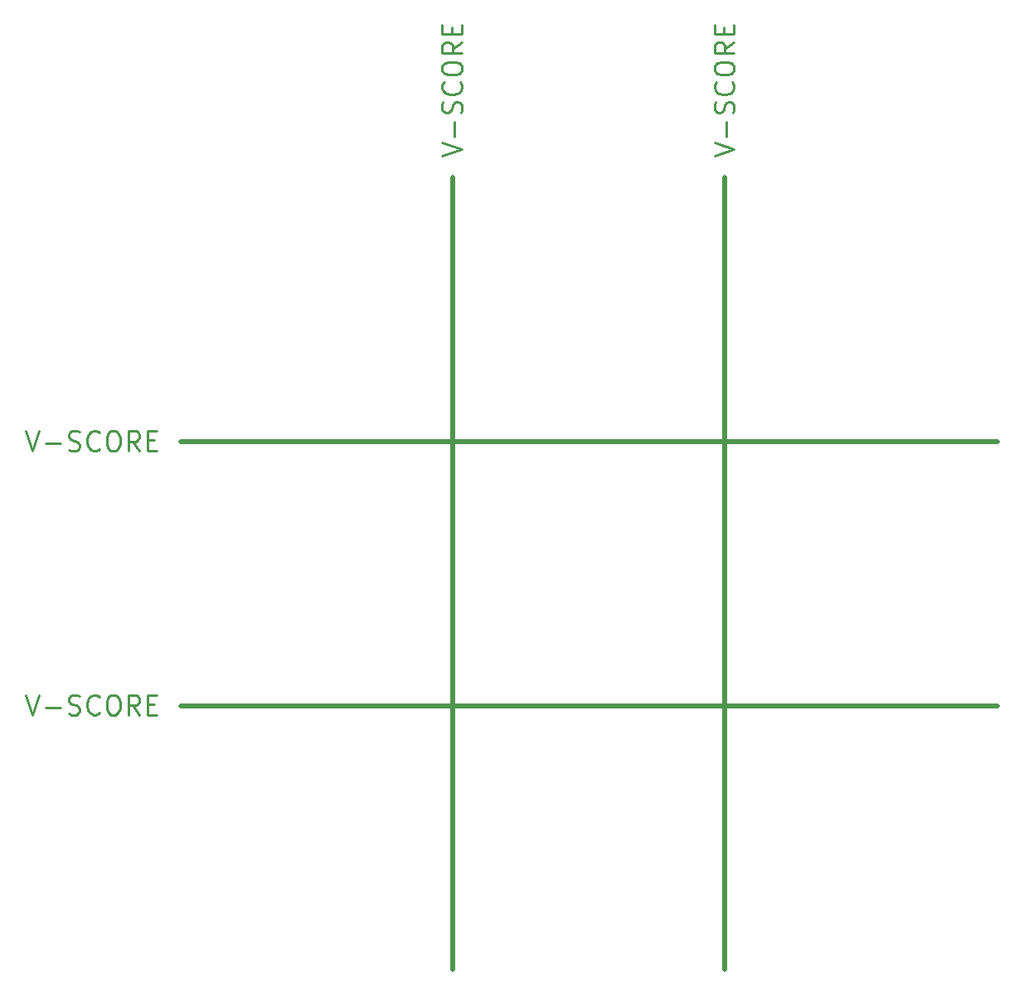
<source format=gbr>
%TF.GenerationSoftware,KiCad,Pcbnew,7.0.2-0*%
%TF.CreationDate,2024-04-22T23:11:52-05:00*%
%TF.ProjectId,SAOpowerboard_panelized,53414f70-6f77-4657-9262-6f6172645f70,rev?*%
%TF.SameCoordinates,Original*%
%TF.FileFunction,Other,Comment*%
%FSLAX46Y46*%
G04 Gerber Fmt 4.6, Leading zero omitted, Abs format (unit mm)*
G04 Created by KiCad (PCBNEW 7.0.2-0) date 2024-04-22 23:11:52*
%MOMM*%
%LPD*%
G01*
G04 APERTURE LIST*
%ADD10C,0.250000*%
%ADD11C,0.500000*%
G04 APERTURE END LIST*
D10*
X140928477Y-73554584D02*
X141595143Y-75554584D01*
X141595143Y-75554584D02*
X142261810Y-73554584D01*
X142928477Y-74792679D02*
X144452287Y-74792679D01*
X145309429Y-75459346D02*
X145595143Y-75554584D01*
X145595143Y-75554584D02*
X146071334Y-75554584D01*
X146071334Y-75554584D02*
X146261810Y-75459346D01*
X146261810Y-75459346D02*
X146357048Y-75364107D01*
X146357048Y-75364107D02*
X146452286Y-75173631D01*
X146452286Y-75173631D02*
X146452286Y-74983155D01*
X146452286Y-74983155D02*
X146357048Y-74792679D01*
X146357048Y-74792679D02*
X146261810Y-74697441D01*
X146261810Y-74697441D02*
X146071334Y-74602203D01*
X146071334Y-74602203D02*
X145690381Y-74506965D01*
X145690381Y-74506965D02*
X145499905Y-74411726D01*
X145499905Y-74411726D02*
X145404667Y-74316488D01*
X145404667Y-74316488D02*
X145309429Y-74126012D01*
X145309429Y-74126012D02*
X145309429Y-73935536D01*
X145309429Y-73935536D02*
X145404667Y-73745060D01*
X145404667Y-73745060D02*
X145499905Y-73649822D01*
X145499905Y-73649822D02*
X145690381Y-73554584D01*
X145690381Y-73554584D02*
X146166572Y-73554584D01*
X146166572Y-73554584D02*
X146452286Y-73649822D01*
X148452286Y-75364107D02*
X148357048Y-75459346D01*
X148357048Y-75459346D02*
X148071334Y-75554584D01*
X148071334Y-75554584D02*
X147880858Y-75554584D01*
X147880858Y-75554584D02*
X147595143Y-75459346D01*
X147595143Y-75459346D02*
X147404667Y-75268869D01*
X147404667Y-75268869D02*
X147309429Y-75078393D01*
X147309429Y-75078393D02*
X147214191Y-74697441D01*
X147214191Y-74697441D02*
X147214191Y-74411726D01*
X147214191Y-74411726D02*
X147309429Y-74030774D01*
X147309429Y-74030774D02*
X147404667Y-73840298D01*
X147404667Y-73840298D02*
X147595143Y-73649822D01*
X147595143Y-73649822D02*
X147880858Y-73554584D01*
X147880858Y-73554584D02*
X148071334Y-73554584D01*
X148071334Y-73554584D02*
X148357048Y-73649822D01*
X148357048Y-73649822D02*
X148452286Y-73745060D01*
X149690381Y-73554584D02*
X150071334Y-73554584D01*
X150071334Y-73554584D02*
X150261810Y-73649822D01*
X150261810Y-73649822D02*
X150452286Y-73840298D01*
X150452286Y-73840298D02*
X150547524Y-74221250D01*
X150547524Y-74221250D02*
X150547524Y-74887917D01*
X150547524Y-74887917D02*
X150452286Y-75268869D01*
X150452286Y-75268869D02*
X150261810Y-75459346D01*
X150261810Y-75459346D02*
X150071334Y-75554584D01*
X150071334Y-75554584D02*
X149690381Y-75554584D01*
X149690381Y-75554584D02*
X149499905Y-75459346D01*
X149499905Y-75459346D02*
X149309429Y-75268869D01*
X149309429Y-75268869D02*
X149214191Y-74887917D01*
X149214191Y-74887917D02*
X149214191Y-74221250D01*
X149214191Y-74221250D02*
X149309429Y-73840298D01*
X149309429Y-73840298D02*
X149499905Y-73649822D01*
X149499905Y-73649822D02*
X149690381Y-73554584D01*
X152547524Y-75554584D02*
X151880857Y-74602203D01*
X151404667Y-75554584D02*
X151404667Y-73554584D01*
X151404667Y-73554584D02*
X152166572Y-73554584D01*
X152166572Y-73554584D02*
X152357048Y-73649822D01*
X152357048Y-73649822D02*
X152452286Y-73745060D01*
X152452286Y-73745060D02*
X152547524Y-73935536D01*
X152547524Y-73935536D02*
X152547524Y-74221250D01*
X152547524Y-74221250D02*
X152452286Y-74411726D01*
X152452286Y-74411726D02*
X152357048Y-74506965D01*
X152357048Y-74506965D02*
X152166572Y-74602203D01*
X152166572Y-74602203D02*
X151404667Y-74602203D01*
X153404667Y-74506965D02*
X154071334Y-74506965D01*
X154357048Y-75554584D02*
X153404667Y-75554584D01*
X153404667Y-75554584D02*
X153404667Y-73554584D01*
X153404667Y-73554584D02*
X154357048Y-73554584D01*
D11*
X156738001Y-74629346D02*
X240143995Y-74629346D01*
D10*
X140928477Y-46563530D02*
X141595143Y-48563530D01*
X141595143Y-48563530D02*
X142261810Y-46563530D01*
X142928477Y-47801625D02*
X144452287Y-47801625D01*
X145309429Y-48468292D02*
X145595143Y-48563530D01*
X145595143Y-48563530D02*
X146071334Y-48563530D01*
X146071334Y-48563530D02*
X146261810Y-48468292D01*
X146261810Y-48468292D02*
X146357048Y-48373053D01*
X146357048Y-48373053D02*
X146452286Y-48182577D01*
X146452286Y-48182577D02*
X146452286Y-47992101D01*
X146452286Y-47992101D02*
X146357048Y-47801625D01*
X146357048Y-47801625D02*
X146261810Y-47706387D01*
X146261810Y-47706387D02*
X146071334Y-47611149D01*
X146071334Y-47611149D02*
X145690381Y-47515911D01*
X145690381Y-47515911D02*
X145499905Y-47420672D01*
X145499905Y-47420672D02*
X145404667Y-47325434D01*
X145404667Y-47325434D02*
X145309429Y-47134958D01*
X145309429Y-47134958D02*
X145309429Y-46944482D01*
X145309429Y-46944482D02*
X145404667Y-46754006D01*
X145404667Y-46754006D02*
X145499905Y-46658768D01*
X145499905Y-46658768D02*
X145690381Y-46563530D01*
X145690381Y-46563530D02*
X146166572Y-46563530D01*
X146166572Y-46563530D02*
X146452286Y-46658768D01*
X148452286Y-48373053D02*
X148357048Y-48468292D01*
X148357048Y-48468292D02*
X148071334Y-48563530D01*
X148071334Y-48563530D02*
X147880858Y-48563530D01*
X147880858Y-48563530D02*
X147595143Y-48468292D01*
X147595143Y-48468292D02*
X147404667Y-48277815D01*
X147404667Y-48277815D02*
X147309429Y-48087339D01*
X147309429Y-48087339D02*
X147214191Y-47706387D01*
X147214191Y-47706387D02*
X147214191Y-47420672D01*
X147214191Y-47420672D02*
X147309429Y-47039720D01*
X147309429Y-47039720D02*
X147404667Y-46849244D01*
X147404667Y-46849244D02*
X147595143Y-46658768D01*
X147595143Y-46658768D02*
X147880858Y-46563530D01*
X147880858Y-46563530D02*
X148071334Y-46563530D01*
X148071334Y-46563530D02*
X148357048Y-46658768D01*
X148357048Y-46658768D02*
X148452286Y-46754006D01*
X149690381Y-46563530D02*
X150071334Y-46563530D01*
X150071334Y-46563530D02*
X150261810Y-46658768D01*
X150261810Y-46658768D02*
X150452286Y-46849244D01*
X150452286Y-46849244D02*
X150547524Y-47230196D01*
X150547524Y-47230196D02*
X150547524Y-47896863D01*
X150547524Y-47896863D02*
X150452286Y-48277815D01*
X150452286Y-48277815D02*
X150261810Y-48468292D01*
X150261810Y-48468292D02*
X150071334Y-48563530D01*
X150071334Y-48563530D02*
X149690381Y-48563530D01*
X149690381Y-48563530D02*
X149499905Y-48468292D01*
X149499905Y-48468292D02*
X149309429Y-48277815D01*
X149309429Y-48277815D02*
X149214191Y-47896863D01*
X149214191Y-47896863D02*
X149214191Y-47230196D01*
X149214191Y-47230196D02*
X149309429Y-46849244D01*
X149309429Y-46849244D02*
X149499905Y-46658768D01*
X149499905Y-46658768D02*
X149690381Y-46563530D01*
X152547524Y-48563530D02*
X151880857Y-47611149D01*
X151404667Y-48563530D02*
X151404667Y-46563530D01*
X151404667Y-46563530D02*
X152166572Y-46563530D01*
X152166572Y-46563530D02*
X152357048Y-46658768D01*
X152357048Y-46658768D02*
X152452286Y-46754006D01*
X152452286Y-46754006D02*
X152547524Y-46944482D01*
X152547524Y-46944482D02*
X152547524Y-47230196D01*
X152547524Y-47230196D02*
X152452286Y-47420672D01*
X152452286Y-47420672D02*
X152357048Y-47515911D01*
X152357048Y-47515911D02*
X152166572Y-47611149D01*
X152166572Y-47611149D02*
X151404667Y-47611149D01*
X153404667Y-47515911D02*
X154071334Y-47515911D01*
X154357048Y-48563530D02*
X153404667Y-48563530D01*
X153404667Y-48563530D02*
X153404667Y-46563530D01*
X153404667Y-46563530D02*
X154357048Y-46563530D01*
D11*
X156738001Y-47638292D02*
X240143995Y-47638292D01*
D10*
X211267235Y-18456761D02*
X213267235Y-17790095D01*
X213267235Y-17790095D02*
X211267235Y-17123428D01*
X212505330Y-16456761D02*
X212505330Y-14932952D01*
X213171997Y-14075809D02*
X213267235Y-13790095D01*
X213267235Y-13790095D02*
X213267235Y-13313904D01*
X213267235Y-13313904D02*
X213171997Y-13123428D01*
X213171997Y-13123428D02*
X213076758Y-13028190D01*
X213076758Y-13028190D02*
X212886282Y-12932952D01*
X212886282Y-12932952D02*
X212695806Y-12932952D01*
X212695806Y-12932952D02*
X212505330Y-13028190D01*
X212505330Y-13028190D02*
X212410092Y-13123428D01*
X212410092Y-13123428D02*
X212314854Y-13313904D01*
X212314854Y-13313904D02*
X212219616Y-13694857D01*
X212219616Y-13694857D02*
X212124377Y-13885333D01*
X212124377Y-13885333D02*
X212029139Y-13980571D01*
X212029139Y-13980571D02*
X211838663Y-14075809D01*
X211838663Y-14075809D02*
X211648187Y-14075809D01*
X211648187Y-14075809D02*
X211457711Y-13980571D01*
X211457711Y-13980571D02*
X211362473Y-13885333D01*
X211362473Y-13885333D02*
X211267235Y-13694857D01*
X211267235Y-13694857D02*
X211267235Y-13218666D01*
X211267235Y-13218666D02*
X211362473Y-12932952D01*
X213076758Y-10932952D02*
X213171997Y-11028190D01*
X213171997Y-11028190D02*
X213267235Y-11313904D01*
X213267235Y-11313904D02*
X213267235Y-11504380D01*
X213267235Y-11504380D02*
X213171997Y-11790095D01*
X213171997Y-11790095D02*
X212981520Y-11980571D01*
X212981520Y-11980571D02*
X212791044Y-12075809D01*
X212791044Y-12075809D02*
X212410092Y-12171047D01*
X212410092Y-12171047D02*
X212124377Y-12171047D01*
X212124377Y-12171047D02*
X211743425Y-12075809D01*
X211743425Y-12075809D02*
X211552949Y-11980571D01*
X211552949Y-11980571D02*
X211362473Y-11790095D01*
X211362473Y-11790095D02*
X211267235Y-11504380D01*
X211267235Y-11504380D02*
X211267235Y-11313904D01*
X211267235Y-11313904D02*
X211362473Y-11028190D01*
X211362473Y-11028190D02*
X211457711Y-10932952D01*
X211267235Y-9694857D02*
X211267235Y-9313904D01*
X211267235Y-9313904D02*
X211362473Y-9123428D01*
X211362473Y-9123428D02*
X211552949Y-8932952D01*
X211552949Y-8932952D02*
X211933901Y-8837714D01*
X211933901Y-8837714D02*
X212600568Y-8837714D01*
X212600568Y-8837714D02*
X212981520Y-8932952D01*
X212981520Y-8932952D02*
X213171997Y-9123428D01*
X213171997Y-9123428D02*
X213267235Y-9313904D01*
X213267235Y-9313904D02*
X213267235Y-9694857D01*
X213267235Y-9694857D02*
X213171997Y-9885333D01*
X213171997Y-9885333D02*
X212981520Y-10075809D01*
X212981520Y-10075809D02*
X212600568Y-10171047D01*
X212600568Y-10171047D02*
X211933901Y-10171047D01*
X211933901Y-10171047D02*
X211552949Y-10075809D01*
X211552949Y-10075809D02*
X211362473Y-9885333D01*
X211362473Y-9885333D02*
X211267235Y-9694857D01*
X213267235Y-6837714D02*
X212314854Y-7504381D01*
X213267235Y-7980571D02*
X211267235Y-7980571D01*
X211267235Y-7980571D02*
X211267235Y-7218666D01*
X211267235Y-7218666D02*
X211362473Y-7028190D01*
X211362473Y-7028190D02*
X211457711Y-6932952D01*
X211457711Y-6932952D02*
X211648187Y-6837714D01*
X211648187Y-6837714D02*
X211933901Y-6837714D01*
X211933901Y-6837714D02*
X212124377Y-6932952D01*
X212124377Y-6932952D02*
X212219616Y-7028190D01*
X212219616Y-7028190D02*
X212314854Y-7218666D01*
X212314854Y-7218666D02*
X212314854Y-7980571D01*
X212219616Y-5980571D02*
X212219616Y-5313904D01*
X213267235Y-5028190D02*
X213267235Y-5980571D01*
X213267235Y-5980571D02*
X211267235Y-5980571D01*
X211267235Y-5980571D02*
X211267235Y-5028190D01*
D11*
X212341997Y-20647238D02*
X212341997Y-101620400D01*
D10*
X183465237Y-18456761D02*
X185465237Y-17790095D01*
X185465237Y-17790095D02*
X183465237Y-17123428D01*
X184703332Y-16456761D02*
X184703332Y-14932952D01*
X185369999Y-14075809D02*
X185465237Y-13790095D01*
X185465237Y-13790095D02*
X185465237Y-13313904D01*
X185465237Y-13313904D02*
X185369999Y-13123428D01*
X185369999Y-13123428D02*
X185274760Y-13028190D01*
X185274760Y-13028190D02*
X185084284Y-12932952D01*
X185084284Y-12932952D02*
X184893808Y-12932952D01*
X184893808Y-12932952D02*
X184703332Y-13028190D01*
X184703332Y-13028190D02*
X184608094Y-13123428D01*
X184608094Y-13123428D02*
X184512856Y-13313904D01*
X184512856Y-13313904D02*
X184417618Y-13694857D01*
X184417618Y-13694857D02*
X184322379Y-13885333D01*
X184322379Y-13885333D02*
X184227141Y-13980571D01*
X184227141Y-13980571D02*
X184036665Y-14075809D01*
X184036665Y-14075809D02*
X183846189Y-14075809D01*
X183846189Y-14075809D02*
X183655713Y-13980571D01*
X183655713Y-13980571D02*
X183560475Y-13885333D01*
X183560475Y-13885333D02*
X183465237Y-13694857D01*
X183465237Y-13694857D02*
X183465237Y-13218666D01*
X183465237Y-13218666D02*
X183560475Y-12932952D01*
X185274760Y-10932952D02*
X185369999Y-11028190D01*
X185369999Y-11028190D02*
X185465237Y-11313904D01*
X185465237Y-11313904D02*
X185465237Y-11504380D01*
X185465237Y-11504380D02*
X185369999Y-11790095D01*
X185369999Y-11790095D02*
X185179522Y-11980571D01*
X185179522Y-11980571D02*
X184989046Y-12075809D01*
X184989046Y-12075809D02*
X184608094Y-12171047D01*
X184608094Y-12171047D02*
X184322379Y-12171047D01*
X184322379Y-12171047D02*
X183941427Y-12075809D01*
X183941427Y-12075809D02*
X183750951Y-11980571D01*
X183750951Y-11980571D02*
X183560475Y-11790095D01*
X183560475Y-11790095D02*
X183465237Y-11504380D01*
X183465237Y-11504380D02*
X183465237Y-11313904D01*
X183465237Y-11313904D02*
X183560475Y-11028190D01*
X183560475Y-11028190D02*
X183655713Y-10932952D01*
X183465237Y-9694857D02*
X183465237Y-9313904D01*
X183465237Y-9313904D02*
X183560475Y-9123428D01*
X183560475Y-9123428D02*
X183750951Y-8932952D01*
X183750951Y-8932952D02*
X184131903Y-8837714D01*
X184131903Y-8837714D02*
X184798570Y-8837714D01*
X184798570Y-8837714D02*
X185179522Y-8932952D01*
X185179522Y-8932952D02*
X185369999Y-9123428D01*
X185369999Y-9123428D02*
X185465237Y-9313904D01*
X185465237Y-9313904D02*
X185465237Y-9694857D01*
X185465237Y-9694857D02*
X185369999Y-9885333D01*
X185369999Y-9885333D02*
X185179522Y-10075809D01*
X185179522Y-10075809D02*
X184798570Y-10171047D01*
X184798570Y-10171047D02*
X184131903Y-10171047D01*
X184131903Y-10171047D02*
X183750951Y-10075809D01*
X183750951Y-10075809D02*
X183560475Y-9885333D01*
X183560475Y-9885333D02*
X183465237Y-9694857D01*
X185465237Y-6837714D02*
X184512856Y-7504381D01*
X185465237Y-7980571D02*
X183465237Y-7980571D01*
X183465237Y-7980571D02*
X183465237Y-7218666D01*
X183465237Y-7218666D02*
X183560475Y-7028190D01*
X183560475Y-7028190D02*
X183655713Y-6932952D01*
X183655713Y-6932952D02*
X183846189Y-6837714D01*
X183846189Y-6837714D02*
X184131903Y-6837714D01*
X184131903Y-6837714D02*
X184322379Y-6932952D01*
X184322379Y-6932952D02*
X184417618Y-7028190D01*
X184417618Y-7028190D02*
X184512856Y-7218666D01*
X184512856Y-7218666D02*
X184512856Y-7980571D01*
X184417618Y-5980571D02*
X184417618Y-5313904D01*
X185465237Y-5028190D02*
X185465237Y-5980571D01*
X185465237Y-5980571D02*
X183465237Y-5980571D01*
X183465237Y-5980571D02*
X183465237Y-5028190D01*
D11*
X184539999Y-20647238D02*
X184539999Y-101620400D01*
M02*

</source>
